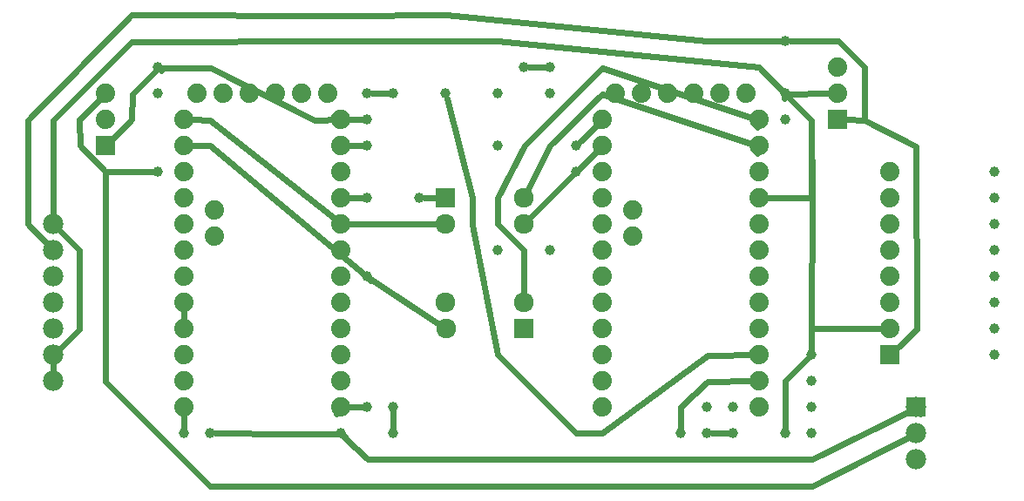
<source format=gtl>
G04 MADE WITH FRITZING*
G04 WWW.FRITZING.ORG*
G04 DOUBLE SIDED*
G04 HOLES PLATED*
G04 CONTOUR ON CENTER OF CONTOUR VECTOR*
%ASAXBY*%
%FSLAX23Y23*%
%MOIN*%
%OFA0B0*%
%SFA1.0B1.0*%
%ADD10C,0.074000*%
%ADD11C,0.078000*%
%ADD12C,0.075667*%
%ADD13C,0.075695*%
%ADD14C,0.039370*%
%ADD15R,0.078000X0.078000*%
%ADD16R,0.075667X0.075667*%
%ADD17R,0.074000X0.074000*%
%ADD18C,0.024000*%
%ADD19R,0.001000X0.001000*%
%LNCOPPER1*%
G90*
G70*
G54D10*
X2311Y1621D03*
X2411Y1621D03*
X2511Y1621D03*
X2611Y1621D03*
X2711Y1621D03*
X2811Y1621D03*
X2261Y1521D03*
X2261Y1421D03*
X2261Y1321D03*
X2261Y1221D03*
X2261Y1121D03*
X2376Y1176D03*
X2376Y1076D03*
X2261Y1021D03*
X2261Y921D03*
X2261Y821D03*
X2261Y721D03*
X2261Y621D03*
X2261Y521D03*
X2261Y421D03*
X2861Y421D03*
X2861Y521D03*
X2861Y621D03*
X2861Y721D03*
X2861Y821D03*
X2861Y921D03*
X2861Y1021D03*
X2861Y1121D03*
X2861Y1221D03*
X2861Y1321D03*
X2861Y1421D03*
X2861Y1521D03*
X2311Y1621D03*
X2411Y1621D03*
X2511Y1621D03*
X2611Y1621D03*
X2711Y1621D03*
X2811Y1621D03*
X2261Y1521D03*
X2261Y1421D03*
X2261Y1321D03*
X2261Y1221D03*
X2261Y1121D03*
X2376Y1176D03*
X2376Y1076D03*
X2261Y1021D03*
X2261Y921D03*
X2261Y821D03*
X2261Y721D03*
X2261Y621D03*
X2261Y521D03*
X2261Y421D03*
X2861Y421D03*
X2861Y521D03*
X2861Y621D03*
X2861Y721D03*
X2861Y821D03*
X2861Y921D03*
X2861Y1021D03*
X2861Y1121D03*
X2861Y1221D03*
X2861Y1321D03*
X2861Y1421D03*
X2861Y1521D03*
G54D11*
X161Y521D03*
X161Y621D03*
X161Y721D03*
X161Y821D03*
X161Y921D03*
X161Y1021D03*
X161Y1121D03*
G54D10*
X361Y1421D03*
X361Y1521D03*
X361Y1621D03*
X361Y1421D03*
X361Y1521D03*
X361Y1621D03*
X3161Y1521D03*
X3161Y1621D03*
X3161Y1721D03*
X3161Y1521D03*
X3161Y1621D03*
X3161Y1721D03*
G54D11*
X3461Y421D03*
X3461Y321D03*
X3461Y221D03*
G54D12*
X1961Y721D03*
X1662Y721D03*
G54D13*
X1961Y821D03*
X1661Y821D03*
G54D12*
X1661Y1221D03*
X1960Y1221D03*
G54D13*
X1661Y1121D03*
X1961Y1121D03*
G54D14*
X1561Y1221D03*
X1361Y1521D03*
X561Y1321D03*
X1861Y1422D03*
X1361Y1421D03*
X1361Y1221D03*
X761Y321D03*
X1261Y321D03*
X661Y321D03*
X561Y1721D03*
X1361Y421D03*
X561Y1621D03*
G54D10*
X711Y1621D03*
X811Y1621D03*
X911Y1621D03*
X1011Y1621D03*
X1111Y1621D03*
X1211Y1621D03*
X661Y1521D03*
X661Y1421D03*
X661Y1321D03*
X661Y1221D03*
X661Y1121D03*
X776Y1176D03*
X776Y1076D03*
X661Y1021D03*
X661Y921D03*
X661Y821D03*
X661Y721D03*
X661Y621D03*
X661Y521D03*
X661Y421D03*
X1261Y421D03*
X1261Y521D03*
X1261Y621D03*
X1261Y721D03*
X1261Y821D03*
X1261Y921D03*
X1261Y1021D03*
X1261Y1121D03*
X1261Y1221D03*
X1261Y1321D03*
X1261Y1421D03*
X1261Y1521D03*
X711Y1621D03*
X811Y1621D03*
X911Y1621D03*
X1011Y1621D03*
X1111Y1621D03*
X1211Y1621D03*
X661Y1521D03*
X661Y1421D03*
X661Y1321D03*
X661Y1221D03*
X661Y1121D03*
X776Y1176D03*
X776Y1076D03*
X661Y1021D03*
X661Y921D03*
X661Y821D03*
X661Y721D03*
X661Y621D03*
X661Y521D03*
X661Y421D03*
X1261Y421D03*
X1261Y521D03*
X1261Y621D03*
X1261Y721D03*
X1261Y821D03*
X1261Y921D03*
X1261Y1021D03*
X1261Y1121D03*
X1261Y1221D03*
X1261Y1321D03*
X1261Y1421D03*
X1261Y1521D03*
G54D14*
X2161Y1321D03*
X3061Y321D03*
X2961Y321D03*
X2761Y321D03*
X3061Y621D03*
X2661Y321D03*
X2561Y321D03*
X3061Y521D03*
X3061Y421D03*
X2661Y421D03*
X2761Y421D03*
X3761Y1321D03*
X3761Y721D03*
X3761Y1121D03*
X3761Y1021D03*
X3761Y921D03*
X3761Y621D03*
X3761Y1221D03*
X3761Y821D03*
X2161Y1421D03*
X2061Y1021D03*
X1861Y1021D03*
X1361Y921D03*
G54D10*
X3361Y721D03*
X3361Y821D03*
X3361Y921D03*
X3361Y1021D03*
X3361Y1121D03*
X3361Y1221D03*
X3361Y1321D03*
X3361Y721D03*
X3361Y821D03*
X3361Y921D03*
X3361Y1021D03*
X3361Y1121D03*
X3361Y1221D03*
X3361Y1321D03*
G54D14*
X1461Y321D03*
X1461Y421D03*
X2061Y1621D03*
X1461Y1621D03*
X1361Y1621D03*
X1961Y1721D03*
X2061Y1721D03*
X1661Y1621D03*
X1861Y1621D03*
X2961Y1621D03*
X2961Y1521D03*
X2961Y1821D03*
G54D15*
X3461Y421D03*
G54D16*
X1961Y721D03*
X1661Y1221D03*
G54D17*
X3361Y621D03*
X3361Y621D03*
G54D18*
X1160Y1520D02*
X762Y1720D01*
D02*
X1260Y1521D02*
X1160Y1520D01*
D02*
X1233Y1534D02*
X1260Y1521D01*
D02*
X461Y1521D02*
X383Y1443D01*
D02*
X461Y1521D02*
X461Y1521D01*
D02*
X762Y1720D02*
X562Y1720D01*
D02*
X562Y1720D02*
X462Y1620D01*
D02*
X462Y1620D02*
X461Y1521D01*
D02*
X3062Y120D02*
X760Y120D01*
D02*
X3462Y321D02*
X3062Y120D01*
D02*
X760Y120D02*
X360Y520D01*
D02*
X261Y1521D02*
X340Y1599D01*
D02*
X3477Y347D02*
X3462Y321D01*
D02*
X361Y1322D02*
X262Y1421D01*
D02*
X360Y520D02*
X361Y1322D01*
D02*
X262Y1421D02*
X261Y1521D01*
D02*
X161Y591D02*
X161Y551D01*
D02*
X260Y1021D02*
X260Y719D01*
D02*
X260Y719D02*
X183Y642D01*
D02*
X183Y1099D02*
X260Y1021D01*
D02*
X661Y752D02*
X661Y790D01*
D02*
X661Y390D02*
X661Y340D01*
D02*
X1261Y421D02*
X1242Y396D01*
D02*
X1342Y421D02*
X1261Y421D01*
D02*
X3062Y221D02*
X3462Y420D01*
D02*
X3462Y420D02*
X3478Y395D01*
D02*
X1275Y307D02*
X1362Y222D01*
D02*
X1276Y309D02*
X1263Y319D01*
D02*
X1263Y319D02*
X1061Y320D01*
D02*
X1061Y320D02*
X780Y321D01*
D02*
X461Y1521D02*
X383Y1443D01*
D02*
X562Y1720D02*
X462Y1620D01*
D02*
X462Y1620D02*
X461Y1521D01*
D02*
X575Y1708D02*
X562Y1720D01*
D02*
X361Y1322D02*
X542Y1321D01*
D02*
X262Y1421D02*
X361Y1322D01*
D02*
X340Y1599D02*
X261Y1521D01*
D02*
X261Y1521D02*
X262Y1421D01*
D02*
X692Y1521D02*
X761Y1520D01*
D02*
X761Y1520D02*
X1262Y1121D01*
D02*
X1262Y1121D02*
X1633Y1121D01*
D02*
X1580Y1221D02*
X1633Y1221D01*
D02*
X1292Y1221D02*
X1342Y1221D01*
D02*
X1292Y1521D02*
X1342Y1521D01*
D02*
X1342Y1421D02*
X1292Y1421D01*
D02*
X2061Y1421D02*
X1961Y1222D01*
D02*
X2261Y1620D02*
X2061Y1421D01*
D02*
X2261Y1619D02*
X2261Y1620D01*
D02*
X2861Y1419D02*
X2261Y1619D01*
D02*
X1961Y1222D02*
X1966Y1248D01*
D02*
X2853Y1391D02*
X2861Y1419D01*
D02*
X2861Y1519D02*
X2261Y1720D01*
D02*
X2261Y1720D02*
X2261Y1720D01*
D02*
X1961Y1021D02*
X1961Y849D01*
D02*
X1861Y1122D02*
X1961Y1021D01*
D02*
X1861Y1222D02*
X1861Y1122D01*
D02*
X1962Y1421D02*
X1861Y1222D01*
D02*
X2261Y1720D02*
X1962Y1421D01*
D02*
X2853Y1491D02*
X2861Y1519D01*
D02*
X1362Y920D02*
X1639Y736D01*
D02*
X1374Y906D02*
X1362Y920D01*
D02*
X760Y1422D02*
X1347Y933D01*
D02*
X692Y1421D02*
X760Y1422D01*
D02*
X2175Y1434D02*
X2239Y1499D01*
D02*
X2161Y1321D02*
X2239Y1399D01*
D02*
X1961Y1121D02*
X2161Y1321D01*
D02*
X1933Y1117D02*
X1961Y1121D01*
D02*
X2175Y1334D02*
X2239Y1399D01*
D02*
X2861Y1722D02*
X2863Y1720D01*
D02*
X1859Y1822D02*
X2861Y1722D01*
D02*
X1262Y1822D02*
X1859Y1822D01*
D02*
X3061Y1520D02*
X3062Y1221D01*
D02*
X2960Y1619D02*
X3061Y1520D01*
D02*
X461Y1820D02*
X1262Y1822D01*
D02*
X3062Y1221D02*
X2892Y1221D01*
D02*
X2863Y1720D02*
X2960Y1619D01*
D02*
X161Y1520D02*
X461Y1820D01*
D02*
X161Y1151D02*
X161Y1520D01*
D02*
X1362Y222D02*
X3062Y221D01*
D02*
X3061Y621D02*
X3061Y721D01*
D02*
X2961Y521D02*
X3061Y621D01*
D02*
X3061Y721D02*
X3330Y721D01*
D02*
X2961Y340D02*
X2961Y521D01*
D02*
X3062Y1221D02*
X2892Y1221D01*
D02*
X3061Y621D02*
X3061Y721D01*
D02*
X3061Y721D02*
X3362Y721D01*
D02*
X3362Y721D02*
X3061Y721D01*
D02*
X2961Y521D02*
X3061Y621D01*
D02*
X2961Y340D02*
X2961Y521D01*
D02*
X3061Y721D02*
X3062Y1221D01*
D02*
X1461Y340D02*
X1461Y402D01*
D02*
X3461Y1420D02*
X3262Y1520D01*
D02*
X3192Y1521D02*
X3262Y1520D01*
D02*
X3162Y1821D02*
X2980Y1821D01*
D02*
X3262Y1520D02*
X3262Y1721D01*
D02*
X3262Y1520D02*
X3461Y1420D01*
D02*
X3262Y1721D02*
X3162Y1821D01*
D02*
X1662Y1921D02*
X1262Y1920D01*
D02*
X2659Y1821D02*
X1662Y1921D01*
D02*
X62Y1122D02*
X140Y1042D01*
D02*
X62Y1520D02*
X62Y1122D01*
D02*
X1262Y1920D02*
X461Y1922D01*
D02*
X2942Y1821D02*
X2659Y1821D01*
D02*
X461Y1922D02*
X62Y1520D01*
D02*
X2961Y1620D02*
X3131Y1621D01*
D02*
X2957Y1602D02*
X2961Y1620D01*
D02*
X3061Y1221D02*
X3062Y1221D01*
D02*
X3061Y1520D02*
X3061Y1221D01*
D02*
X3062Y1221D02*
X2892Y1221D01*
D02*
X2975Y1607D02*
X3061Y1520D01*
D02*
X2561Y421D02*
X2662Y520D01*
D02*
X2561Y340D02*
X2561Y421D01*
D02*
X3061Y721D02*
X3062Y1221D01*
D02*
X3062Y1221D02*
X2892Y1221D01*
D02*
X3061Y640D02*
X3061Y721D01*
D02*
X2742Y321D02*
X2680Y321D01*
D02*
X2860Y621D02*
X2833Y634D01*
D02*
X2261Y321D02*
X2662Y620D01*
D02*
X1861Y621D02*
X2161Y321D01*
D02*
X2161Y321D02*
X2261Y321D01*
D02*
X1666Y1602D02*
X1762Y1221D01*
D02*
X1762Y1221D02*
X1762Y1119D01*
D02*
X1762Y1119D02*
X1861Y621D01*
D02*
X1980Y1721D02*
X2042Y1721D01*
D02*
X1442Y1621D02*
X1380Y1621D01*
D02*
X3262Y1520D02*
X3192Y1521D01*
D02*
X3461Y1420D02*
X3262Y1520D01*
D02*
X3462Y720D02*
X3461Y1420D01*
D02*
X3390Y649D02*
X3462Y720D01*
D02*
X2662Y620D02*
X2860Y621D01*
D02*
X2662Y520D02*
X2830Y521D01*
G54D19*
X3124Y1558D02*
X3197Y1558D01*
X3124Y1557D02*
X3197Y1557D01*
X3124Y1556D02*
X3197Y1556D01*
X3124Y1555D02*
X3197Y1555D01*
X3124Y1554D02*
X3197Y1554D01*
X3124Y1553D02*
X3197Y1553D01*
X3124Y1552D02*
X3197Y1552D01*
X3124Y1551D02*
X3197Y1551D01*
X3124Y1550D02*
X3197Y1550D01*
X3124Y1549D02*
X3197Y1549D01*
X3124Y1548D02*
X3197Y1548D01*
X3124Y1547D02*
X3197Y1547D01*
X3124Y1546D02*
X3197Y1546D01*
X3124Y1545D02*
X3197Y1545D01*
X3124Y1544D02*
X3197Y1544D01*
X3124Y1543D02*
X3197Y1543D01*
X3124Y1542D02*
X3197Y1542D01*
X3124Y1541D02*
X3156Y1541D01*
X3165Y1541D02*
X3197Y1541D01*
X3124Y1540D02*
X3153Y1540D01*
X3169Y1540D02*
X3197Y1540D01*
X3124Y1539D02*
X3151Y1539D01*
X3171Y1539D02*
X3197Y1539D01*
X3124Y1538D02*
X3149Y1538D01*
X3172Y1538D02*
X3197Y1538D01*
X3124Y1537D02*
X3148Y1537D01*
X3174Y1537D02*
X3197Y1537D01*
X3124Y1536D02*
X3147Y1536D01*
X3175Y1536D02*
X3197Y1536D01*
X3124Y1535D02*
X3146Y1535D01*
X3176Y1535D02*
X3197Y1535D01*
X3124Y1534D02*
X3145Y1534D01*
X3177Y1534D02*
X3197Y1534D01*
X3124Y1533D02*
X3144Y1533D01*
X3177Y1533D02*
X3197Y1533D01*
X3124Y1532D02*
X3144Y1532D01*
X3178Y1532D02*
X3197Y1532D01*
X3124Y1531D02*
X3143Y1531D01*
X3179Y1531D02*
X3197Y1531D01*
X3124Y1530D02*
X3142Y1530D01*
X3179Y1530D02*
X3197Y1530D01*
X3124Y1529D02*
X3142Y1529D01*
X3180Y1529D02*
X3197Y1529D01*
X3124Y1528D02*
X3142Y1528D01*
X3180Y1528D02*
X3197Y1528D01*
X3124Y1527D02*
X3141Y1527D01*
X3180Y1527D02*
X3197Y1527D01*
X3124Y1526D02*
X3141Y1526D01*
X3181Y1526D02*
X3197Y1526D01*
X3124Y1525D02*
X3141Y1525D01*
X3181Y1525D02*
X3197Y1525D01*
X3124Y1524D02*
X3141Y1524D01*
X3181Y1524D02*
X3197Y1524D01*
X3124Y1523D02*
X3141Y1523D01*
X3181Y1523D02*
X3197Y1523D01*
X3124Y1522D02*
X3141Y1522D01*
X3181Y1522D02*
X3197Y1522D01*
X3124Y1521D02*
X3141Y1521D01*
X3181Y1521D02*
X3197Y1521D01*
X3124Y1520D02*
X3141Y1520D01*
X3181Y1520D02*
X3197Y1520D01*
X3124Y1519D02*
X3141Y1519D01*
X3181Y1519D02*
X3197Y1519D01*
X3124Y1518D02*
X3141Y1518D01*
X3181Y1518D02*
X3197Y1518D01*
X3124Y1517D02*
X3141Y1517D01*
X3180Y1517D02*
X3197Y1517D01*
X3124Y1516D02*
X3142Y1516D01*
X3180Y1516D02*
X3197Y1516D01*
X3124Y1515D02*
X3142Y1515D01*
X3180Y1515D02*
X3197Y1515D01*
X3124Y1514D02*
X3142Y1514D01*
X3179Y1514D02*
X3197Y1514D01*
X3124Y1513D02*
X3143Y1513D01*
X3179Y1513D02*
X3197Y1513D01*
X3124Y1512D02*
X3143Y1512D01*
X3178Y1512D02*
X3197Y1512D01*
X3124Y1511D02*
X3144Y1511D01*
X3178Y1511D02*
X3197Y1511D01*
X3124Y1510D02*
X3145Y1510D01*
X3177Y1510D02*
X3197Y1510D01*
X3124Y1509D02*
X3145Y1509D01*
X3176Y1509D02*
X3197Y1509D01*
X3124Y1508D02*
X3146Y1508D01*
X3175Y1508D02*
X3197Y1508D01*
X3124Y1507D02*
X3147Y1507D01*
X3174Y1507D02*
X3197Y1507D01*
X3124Y1506D02*
X3149Y1506D01*
X3173Y1506D02*
X3197Y1506D01*
X3124Y1505D02*
X3150Y1505D01*
X3171Y1505D02*
X3197Y1505D01*
X3124Y1504D02*
X3152Y1504D01*
X3170Y1504D02*
X3197Y1504D01*
X3124Y1503D02*
X3155Y1503D01*
X3167Y1503D02*
X3197Y1503D01*
X3124Y1502D02*
X3197Y1502D01*
X3124Y1501D02*
X3197Y1501D01*
X3124Y1500D02*
X3197Y1500D01*
X3124Y1499D02*
X3197Y1499D01*
X3124Y1498D02*
X3197Y1498D01*
X3124Y1497D02*
X3197Y1497D01*
X3124Y1496D02*
X3197Y1496D01*
X3124Y1495D02*
X3197Y1495D01*
X3124Y1494D02*
X3197Y1494D01*
X3124Y1493D02*
X3197Y1493D01*
X3124Y1492D02*
X3197Y1492D01*
X3124Y1491D02*
X3197Y1491D01*
X3124Y1490D02*
X3197Y1490D01*
X3124Y1489D02*
X3197Y1489D01*
X3124Y1488D02*
X3197Y1488D01*
X3124Y1487D02*
X3197Y1487D01*
X3124Y1486D02*
X3197Y1486D01*
X3125Y1485D02*
X3197Y1485D01*
X324Y1458D02*
X397Y1458D01*
X324Y1457D02*
X397Y1457D01*
X324Y1456D02*
X397Y1456D01*
X324Y1455D02*
X397Y1455D01*
X324Y1454D02*
X397Y1454D01*
X324Y1453D02*
X397Y1453D01*
X324Y1452D02*
X397Y1452D01*
X324Y1451D02*
X397Y1451D01*
X324Y1450D02*
X397Y1450D01*
X324Y1449D02*
X397Y1449D01*
X324Y1448D02*
X397Y1448D01*
X324Y1447D02*
X397Y1447D01*
X324Y1446D02*
X397Y1446D01*
X324Y1445D02*
X397Y1445D01*
X324Y1444D02*
X397Y1444D01*
X324Y1443D02*
X397Y1443D01*
X324Y1442D02*
X397Y1442D01*
X324Y1441D02*
X356Y1441D01*
X366Y1441D02*
X397Y1441D01*
X324Y1440D02*
X353Y1440D01*
X369Y1440D02*
X397Y1440D01*
X324Y1439D02*
X351Y1439D01*
X371Y1439D02*
X397Y1439D01*
X324Y1438D02*
X349Y1438D01*
X372Y1438D02*
X397Y1438D01*
X324Y1437D02*
X348Y1437D01*
X374Y1437D02*
X397Y1437D01*
X324Y1436D02*
X347Y1436D01*
X375Y1436D02*
X397Y1436D01*
X324Y1435D02*
X346Y1435D01*
X376Y1435D02*
X397Y1435D01*
X324Y1434D02*
X345Y1434D01*
X377Y1434D02*
X397Y1434D01*
X324Y1433D02*
X344Y1433D01*
X377Y1433D02*
X397Y1433D01*
X324Y1432D02*
X344Y1432D01*
X378Y1432D02*
X397Y1432D01*
X324Y1431D02*
X343Y1431D01*
X379Y1431D02*
X397Y1431D01*
X324Y1430D02*
X342Y1430D01*
X379Y1430D02*
X397Y1430D01*
X324Y1429D02*
X342Y1429D01*
X380Y1429D02*
X397Y1429D01*
X324Y1428D02*
X342Y1428D01*
X380Y1428D02*
X397Y1428D01*
X324Y1427D02*
X341Y1427D01*
X380Y1427D02*
X397Y1427D01*
X324Y1426D02*
X341Y1426D01*
X381Y1426D02*
X397Y1426D01*
X324Y1425D02*
X341Y1425D01*
X381Y1425D02*
X397Y1425D01*
X324Y1424D02*
X341Y1424D01*
X381Y1424D02*
X397Y1424D01*
X324Y1423D02*
X341Y1423D01*
X381Y1423D02*
X397Y1423D01*
X324Y1422D02*
X341Y1422D01*
X381Y1422D02*
X397Y1422D01*
X324Y1421D02*
X341Y1421D01*
X381Y1421D02*
X397Y1421D01*
X324Y1420D02*
X341Y1420D01*
X381Y1420D02*
X397Y1420D01*
X324Y1419D02*
X341Y1419D01*
X381Y1419D02*
X397Y1419D01*
X324Y1418D02*
X341Y1418D01*
X381Y1418D02*
X397Y1418D01*
X324Y1417D02*
X341Y1417D01*
X380Y1417D02*
X397Y1417D01*
X324Y1416D02*
X342Y1416D01*
X380Y1416D02*
X397Y1416D01*
X324Y1415D02*
X342Y1415D01*
X380Y1415D02*
X397Y1415D01*
X324Y1414D02*
X342Y1414D01*
X379Y1414D02*
X397Y1414D01*
X324Y1413D02*
X343Y1413D01*
X379Y1413D02*
X397Y1413D01*
X324Y1412D02*
X343Y1412D01*
X378Y1412D02*
X397Y1412D01*
X324Y1411D02*
X344Y1411D01*
X378Y1411D02*
X397Y1411D01*
X324Y1410D02*
X345Y1410D01*
X377Y1410D02*
X397Y1410D01*
X324Y1409D02*
X345Y1409D01*
X376Y1409D02*
X397Y1409D01*
X324Y1408D02*
X346Y1408D01*
X375Y1408D02*
X397Y1408D01*
X324Y1407D02*
X347Y1407D01*
X374Y1407D02*
X397Y1407D01*
X324Y1406D02*
X349Y1406D01*
X373Y1406D02*
X397Y1406D01*
X324Y1405D02*
X350Y1405D01*
X371Y1405D02*
X397Y1405D01*
X324Y1404D02*
X352Y1404D01*
X370Y1404D02*
X397Y1404D01*
X324Y1403D02*
X355Y1403D01*
X367Y1403D02*
X397Y1403D01*
X324Y1402D02*
X397Y1402D01*
X324Y1401D02*
X397Y1401D01*
X324Y1400D02*
X397Y1400D01*
X324Y1399D02*
X397Y1399D01*
X324Y1398D02*
X397Y1398D01*
X324Y1397D02*
X397Y1397D01*
X324Y1396D02*
X397Y1396D01*
X324Y1395D02*
X397Y1395D01*
X324Y1394D02*
X397Y1394D01*
X324Y1393D02*
X397Y1393D01*
X324Y1392D02*
X397Y1392D01*
X324Y1391D02*
X397Y1391D01*
X324Y1390D02*
X397Y1390D01*
X324Y1389D02*
X397Y1389D01*
X324Y1388D02*
X397Y1388D01*
X324Y1387D02*
X397Y1387D01*
X324Y1386D02*
X397Y1386D01*
X325Y1385D02*
X397Y1385D01*
D02*
G04 End of Copper1*
M02*
</source>
